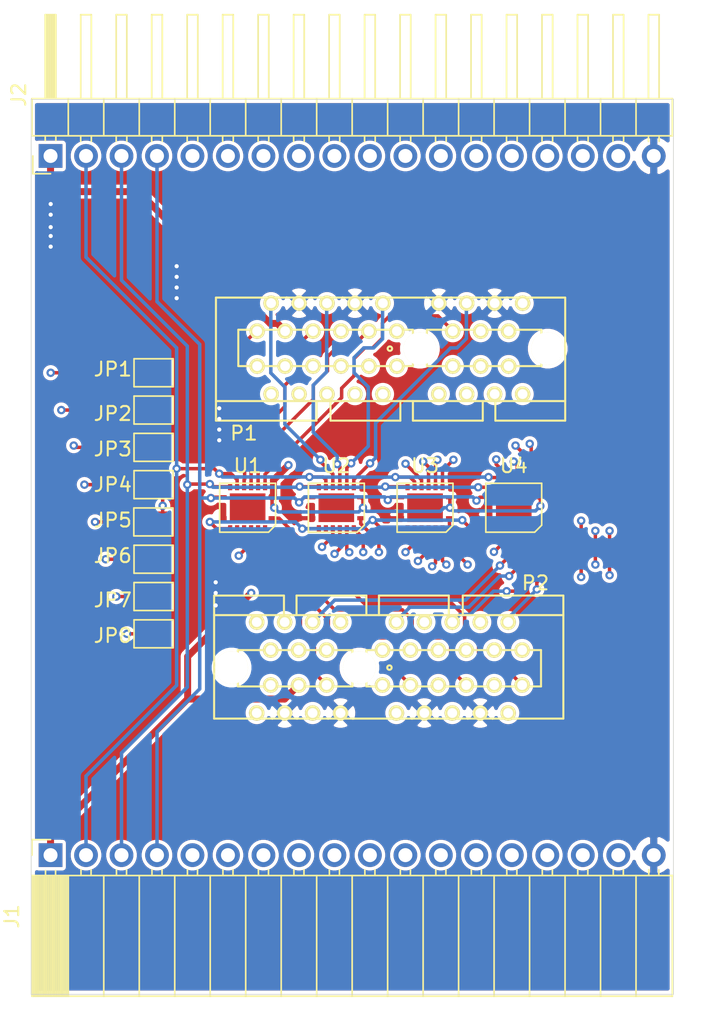
<source format=kicad_pcb>
(kicad_pcb (version 20171130) (host pcbnew "(5.1.8)-1")
  (layers (0 F.Cu signal) (1 In1.Cu signal) (2 In2.Cu signal) (31 B.Cu signal) (34 B.Paste user) (35 F.Paste user) (36 B.SilkS user) (37 F.SilkS user) (38 B.Mask user) (39 F.Mask user) (44 Edge.Cuts user))
  (net 0 "")
  (net 1 /RST)
  (net 2 /GND)
  (net 3 /VCC)
  (net 4 /S0)
  (net 5 /S1)
  (net 6 /S2)
  (net 7 "Net-(P1-PadB18)")
  (net 8 "Net-(P1-PadB17)")
  (net 9 /TDI|EXT_5)
  (net 10 /TDO|SWO_5)
  (net 11 "Net-(P1-PadA18)")
  (net 12 "Net-(P1-PadA17)")
  (net 13 /TCK|SWDCLK_5)
  (net 14 /TMS|SWDIO_5)
  (net 15 /TDI|EXT_6)
  (net 16 /TDO|SWO_6)
  (net 17 /TDI|EXT_7)
  (net 18 /TDO|SWO_7)
  (net 19 /TDI|EXT_8)
  (net 20 /TDO|SWO_8)
  (net 21 /TCK|SWDCLK_6)
  (net 22 /TMS|SWDIO_6)
  (net 23 /TCK|SWDCLK_7)
  (net 24 /TMS|SWDIO_7)
  (net 25 /TCK|SWDCLK_8)
  (net 26 /TMS|SWDIO_8)
  (net 27 "Net-(P2-PadB18)")
  (net 28 "Net-(P2-PadB17)")
  (net 29 /TDI|EXT_1)
  (net 30 /TDO|SWO_1)
  (net 31 "Net-(P2-PadA18)")
  (net 32 "Net-(P2-PadA17)")
  (net 33 /TCK|SWDCLK_1)
  (net 34 /TMS|SWDIO_1)
  (net 35 /TDI|EXT_2)
  (net 36 /TDO|SWO_2)
  (net 37 /TDI|EXT_3)
  (net 38 /TDO|SWO_3)
  (net 39 /TDI|EXT_4)
  (net 40 /TDO|SWO_4)
  (net 41 /TCK|SWDCLK_2)
  (net 42 /TMS|SWDIO_2)
  (net 43 /TCK|SWDCLK_3)
  (net 44 /TMS|SWDIO_3)
  (net 45 /TCK|SWDCLK_4)
  (net 46 /TMS|SWDIO_4)
  (net 47 "Net-(U1-Pad6)")
  (net 48 /TMS|SWDIO)
  (net 49 "Net-(U2-Pad6)")
  (net 50 /TCK|SWDCLK)
  (net 51 "Net-(U3-Pad6)")
  (net 52 /TDO|SWO)
  (net 53 "Net-(U4-Pad6)")
  (net 54 /TDI|EXT)
  (net 55 /OE8)
  (net 56 /OE7)
  (net 57 /OE6)
  (net 58 /OE5)
  (net 59 /OE4)
  (net 60 /OE3)
  (net 61 /OE2)
  (net 62 /OE1)
  (net 63 /OE)
  (net 64 "Net-(P1-PadB4)")
  (net 65 "Net-(P1-PadB8)")
  (net 66 "Net-(P1-PadB12)")
  (net 67 "Net-(P1-PadB16)")
  (net 68 "Net-(P2-PadB4)")
  (net 69 "Net-(P2-PadB8)")
  (net 70 "Net-(P2-PadB12)")
  (net 71 "Net-(P2-PadB16)")
  (module probe-rs-hive:10018784-10200TLF (layer F.Cu) (at 104.29 93.778)
    (fp_text reference P1 (at -10.45 6.05) (layer F.SilkS))
    (fp_text value PCIEX1_02X18)
    (pad "" np_thru_hole circle (at 11.3 0) (size 2.35 2.35) (drill 2.35) (layers *.Cu *.Mask F.SilkS))
    (pad "" np_thru_hole circle (at 2.15 0) (size 2.35 2.35) (drill 2.35) (layers *.Cu *.Mask F.SilkS))
    (pad B18 thru_hole circle (at 9.5 3.25) (size 1.1 1.1) (drill 0.7) (layers *.Cu *.Mask F.SilkS) (net 7 "Net-(P1-PadB18)"))
    (pad B17 thru_hole circle (at 8.5 1.25) (size 1.1 1.1) (drill 0.7) (layers *.Cu *.Mask F.SilkS) (net 8 "Net-(P1-PadB17)"))
    (pad B16 thru_hole circle (at 7.5 3.25) (size 1.1 1.1) (drill 0.7) (layers *.Cu *.Mask F.SilkS) (net 67 "Net-(P1-PadB16)"))
    (pad B15 thru_hole circle (at 6.5 1.25) (size 1.1 1.1) (drill 0.7) (layers *.Cu *.Mask F.SilkS) (net 1 /RST))
    (pad B14 thru_hole circle (at 5.5 3.25) (size 1.1 1.1) (drill 0.7) (layers *.Cu *.Mask F.SilkS) (net 9 /TDI|EXT_5))
    (pad B13 thru_hole circle (at 4.5 1.25) (size 1.1 1.1) (drill 0.7) (layers *.Cu *.Mask F.SilkS) (net 10 /TDO|SWO_5))
    (pad B12 thru_hole circle (at 3.5 3.25) (size 1.1 1.1) (drill 0.7) (layers *.Cu *.Mask F.SilkS) (net 66 "Net-(P1-PadB12)"))
    (pad A18 thru_hole circle (at 9.5 -3.25) (size 1.1 1.1) (drill 0.7) (layers *.Cu *.Mask F.SilkS) (net 11 "Net-(P1-PadA18)"))
    (pad A17 thru_hole circle (at 8.5 -1.25) (size 1.1 1.1) (drill 0.7) (layers *.Cu *.Mask F.SilkS) (net 12 "Net-(P1-PadA17)"))
    (pad A16 thru_hole circle (at 7.5 -3.25) (size 1.1 1.1) (drill 0.7) (layers *.Cu *.Mask F.SilkS) (net 2 /GND))
    (pad A15 thru_hole circle (at 6.5 -1.25) (size 1.1 1.1) (drill 0.7) (layers *.Cu *.Mask F.SilkS) (net 3 /VCC))
    (pad A14 thru_hole circle (at 5.5 -3.25) (size 1.1 1.1) (drill 0.7) (layers *.Cu *.Mask F.SilkS) (net 13 /TCK|SWDCLK_5))
    (pad A13 thru_hole circle (at 4.5 -1.25) (size 1.1 1.1) (drill 0.7) (layers *.Cu *.Mask F.SilkS) (net 14 /TMS|SWDIO_5))
    (pad A12 thru_hole circle (at 3.5 -3.25) (size 1.1 1.1) (drill 0.7) (layers *.Cu *.Mask F.SilkS) (net 2 /GND))
    (pad A11 thru_hole circle (at 0.5 -1.25) (size 1.1 1.1) (drill 0.7) (layers *.Cu *.Mask F.SilkS) (net 3 /VCC))
    (pad B11 thru_hole circle (at 0.5 1.25) (size 1.1 1.1) (drill 0.7) (layers *.Cu *.Mask F.SilkS) (net 1 /RST))
    (pad B10 thru_hole circle (at -0.5 3.25) (size 1.1 1.1) (drill 0.7) (layers *.Cu *.Mask F.SilkS) (net 15 /TDI|EXT_6))
    (pad B9 thru_hole circle (at -1.5 1.25) (size 1.1 1.1) (drill 0.7) (layers *.Cu *.Mask F.SilkS) (net 16 /TDO|SWO_6))
    (pad B8 thru_hole circle (at -2.5 3.25) (size 1.1 1.1) (drill 0.7) (layers *.Cu *.Mask F.SilkS) (net 65 "Net-(P1-PadB8)"))
    (pad B7 thru_hole circle (at -3.5 1.25) (size 1.1 1.1) (drill 0.7) (layers *.Cu *.Mask F.SilkS) (net 1 /RST))
    (pad B6 thru_hole circle (at -4.5 3.25) (size 1.1 1.1) (drill 0.7) (layers *.Cu *.Mask F.SilkS) (net 17 /TDI|EXT_7))
    (pad B5 thru_hole circle (at -5.5 1.25) (size 1.1 1.1) (drill 0.7) (layers *.Cu *.Mask F.SilkS) (net 18 /TDO|SWO_7))
    (pad B4 thru_hole circle (at -6.5 3.25) (size 1.1 1.1) (drill 0.7) (layers *.Cu *.Mask F.SilkS) (net 64 "Net-(P1-PadB4)"))
    (pad B3 thru_hole circle (at -7.5 1.25) (size 1.1 1.1) (drill 0.7) (layers *.Cu *.Mask F.SilkS) (net 1 /RST))
    (pad B2 thru_hole circle (at -8.5 3.25) (size 1.1 1.1) (drill 0.7) (layers *.Cu *.Mask F.SilkS) (net 19 /TDI|EXT_8))
    (pad B1 thru_hole circle (at -9.5 1.25) (size 1.1 1.1) (drill 0.7) (layers *.Cu *.Mask F.SilkS) (net 20 /TDO|SWO_8))
    (pad A10 thru_hole circle (at -0.5 -3.25) (size 1.1 1.1) (drill 0.7) (layers *.Cu *.Mask F.SilkS) (net 21 /TCK|SWDCLK_6))
    (pad A9 thru_hole circle (at -1.5 -1.25) (size 1.1 1.1) (drill 0.7) (layers *.Cu *.Mask F.SilkS) (net 22 /TMS|SWDIO_6))
    (pad A8 thru_hole circle (at -2.5 -3.25) (size 1.1 1.1) (drill 0.7) (layers *.Cu *.Mask F.SilkS) (net 2 /GND))
    (pad A7 thru_hole circle (at -3.5 -1.25) (size 1.1 1.1) (drill 0.7) (layers *.Cu *.Mask F.SilkS) (net 3 /VCC))
    (pad A6 thru_hole circle (at -4.5 -3.25) (size 1.1 1.1) (drill 0.7) (layers *.Cu *.Mask F.SilkS) (net 23 /TCK|SWDCLK_7))
    (pad A5 thru_hole circle (at -5.5 -1.25) (size 1.1 1.1) (drill 0.7) (layers *.Cu *.Mask F.SilkS) (net 24 /TMS|SWDIO_7))
    (pad A4 thru_hole circle (at -6.5 -3.25) (size 1.1 1.1) (drill 0.7) (layers *.Cu *.Mask F.SilkS) (net 2 /GND))
    (pad A3 thru_hole circle (at -7.5 -1.25) (size 1.1 1.1) (drill 0.7) (layers *.Cu *.Mask F.SilkS) (net 3 /VCC))
    (pad A2 thru_hole circle (at -8.5 -3.25) (size 1.1 1.1) (drill 0.7) (layers *.Cu *.Mask F.SilkS) (net 25 /TCK|SWDCLK_8))
    (pad A1 thru_hole circle (at -9.5 -1.25) (size 1.1 1.1) (drill 0.7) (layers *.Cu *.Mask F.SilkS) (net 26 /TMS|SWDIO_8))
  )
  (module probe-rs-hive:10018784-10200TLF (layer F.Cu) (at 104.258 116.586 180)
    (fp_text reference P2 (at -10.45 6.05) (layer F.SilkS))
    (fp_text value PCIEX1_02X18)
    (pad "" np_thru_hole circle (at 11.3 0 180) (size 2.35 2.35) (drill 2.35) (layers *.Cu *.Mask F.SilkS))
    (pad "" np_thru_hole circle (at 2.15 0 180) (size 2.35 2.35) (drill 2.35) (layers *.Cu *.Mask F.SilkS))
    (pad B18 thru_hole circle (at 9.5 3.25 180) (size 1.1 1.1) (drill 0.7) (layers *.Cu *.Mask F.SilkS) (net 27 "Net-(P2-PadB18)"))
    (pad B17 thru_hole circle (at 8.5 1.25 180) (size 1.1 1.1) (drill 0.7) (layers *.Cu *.Mask F.SilkS) (net 28 "Net-(P2-PadB17)"))
    (pad B16 thru_hole circle (at 7.5 3.25 180) (size 1.1 1.1) (drill 0.7) (layers *.Cu *.Mask F.SilkS) (net 71 "Net-(P2-PadB16)"))
    (pad B15 thru_hole circle (at 6.5 1.25 180) (size 1.1 1.1) (drill 0.7) (layers *.Cu *.Mask F.SilkS) (net 1 /RST))
    (pad B14 thru_hole circle (at 5.5 3.25 180) (size 1.1 1.1) (drill 0.7) (layers *.Cu *.Mask F.SilkS) (net 29 /TDI|EXT_1))
    (pad B13 thru_hole circle (at 4.5 1.25 180) (size 1.1 1.1) (drill 0.7) (layers *.Cu *.Mask F.SilkS) (net 30 /TDO|SWO_1))
    (pad B12 thru_hole circle (at 3.5 3.25 180) (size 1.1 1.1) (drill 0.7) (layers *.Cu *.Mask F.SilkS) (net 70 "Net-(P2-PadB12)"))
    (pad A18 thru_hole circle (at 9.5 -3.25 180) (size 1.1 1.1) (drill 0.7) (layers *.Cu *.Mask F.SilkS) (net 31 "Net-(P2-PadA18)"))
    (pad A17 thru_hole circle (at 8.5 -1.25 180) (size 1.1 1.1) (drill 0.7) (layers *.Cu *.Mask F.SilkS) (net 32 "Net-(P2-PadA17)"))
    (pad A16 thru_hole circle (at 7.5 -3.25 180) (size 1.1 1.1) (drill 0.7) (layers *.Cu *.Mask F.SilkS) (net 2 /GND))
    (pad A15 thru_hole circle (at 6.5 -1.25 180) (size 1.1 1.1) (drill 0.7) (layers *.Cu *.Mask F.SilkS) (net 3 /VCC))
    (pad A14 thru_hole circle (at 5.5 -3.25 180) (size 1.1 1.1) (drill 0.7) (layers *.Cu *.Mask F.SilkS) (net 33 /TCK|SWDCLK_1))
    (pad A13 thru_hole circle (at 4.5 -1.25 180) (size 1.1 1.1) (drill 0.7) (layers *.Cu *.Mask F.SilkS) (net 34 /TMS|SWDIO_1))
    (pad A12 thru_hole circle (at 3.5 -3.25 180) (size 1.1 1.1) (drill 0.7) (layers *.Cu *.Mask F.SilkS) (net 2 /GND))
    (pad A11 thru_hole circle (at 0.5 -1.25 180) (size 1.1 1.1) (drill 0.7) (layers *.Cu *.Mask F.SilkS) (net 3 /VCC))
    (pad B11 thru_hole circle (at 0.5 1.25 180) (size 1.1 1.1) (drill 0.7) (layers *.Cu *.Mask F.SilkS) (net 1 /RST))
    (pad B10 thru_hole circle (at -0.5 3.25 180) (size 1.1 1.1) (drill 0.7) (layers *.Cu *.Mask F.SilkS) (net 35 /TDI|EXT_2))
    (pad B9 thru_hole circle (at -1.5 1.25 180) (size 1.1 1.1) (drill 0.7) (layers *.Cu *.Mask F.SilkS) (net 36 /TDO|SWO_2))
    (pad B8 thru_hole circle (at -2.5 3.25 180) (size 1.1 1.1) (drill 0.7) (layers *.Cu *.Mask F.SilkS) (net 69 "Net-(P2-PadB8)"))
    (pad B7 thru_hole circle (at -3.5 1.25 180) (size 1.1 1.1) (drill 0.7) (layers *.Cu *.Mask F.SilkS) (net 1 /RST))
    (pad B6 thru_hole circle (at -4.5 3.25 180) (size 1.1 1.1) (drill 0.7) (layers *.Cu *.Mask F.SilkS) (net 37 /TDI|EXT_3))
    (pad B5 thru_hole circle (at -5.5 1.25 180) (size 1.1 1.1) (drill 0.7) (layers *.Cu *.Mask F.SilkS) (net 38 /TDO|SWO_3))
    (pad B4 thru_hole circle (at -6.5 3.25 180) (size 1.1 1.1) (drill 0.7) (layers *.Cu *.Mask F.SilkS) (net 68 "Net-(P2-PadB4)"))
    (pad B3 thru_hole circle (at -7.5 1.25 180) (size 1.1 1.1) (drill 0.7) (layers *.Cu *.Mask F.SilkS) (net 1 /RST))
    (pad B2 thru_hole circle (at -8.5 3.25 180) (size 1.1 1.1) (drill 0.7) (layers *.Cu *.Mask F.SilkS) (net 39 /TDI|EXT_4))
    (pad B1 thru_hole circle (at -9.5 1.25 180) (size 1.1 1.1) (drill 0.7) (layers *.Cu *.Mask F.SilkS) (net 40 /TDO|SWO_4))
    (pad A10 thru_hole circle (at -0.5 -3.25 180) (size 1.1 1.1) (drill 0.7) (layers *.Cu *.Mask F.SilkS) (net 41 /TCK|SWDCLK_2))
    (pad A9 thru_hole circle (at -1.5 -1.25 180) (size 1.1 1.1) (drill 0.7) (layers *.Cu *.Mask F.SilkS) (net 42 /TMS|SWDIO_2))
    (pad A8 thru_hole circle (at -2.5 -3.25 180) (size 1.1 1.1) (drill 0.7) (layers *.Cu *.Mask F.SilkS) (net 2 /GND))
    (pad A7 thru_hole circle (at -3.5 -1.25 180) (size 1.1 1.1) (drill 0.7) (layers *.Cu *.Mask F.SilkS) (net 3 /VCC))
    (pad A6 thru_hole circle (at -4.5 -3.25 180) (size 1.1 1.1) (drill 0.7) (layers *.Cu *.Mask F.SilkS) (net 43 /TCK|SWDCLK_3))
    (pad A5 thru_hole circle (at -5.5 -1.25 180) (size 1.1 1.1) (drill 0.7) (layers *.Cu *.Mask F.SilkS) (net 44 /TMS|SWDIO_3))
    (pad A4 thru_hole circle (at -6.5 -3.25 180) (size 1.1 1.1) (drill 0.7) (layers *.Cu *.Mask F.SilkS) (net 2 /GND))
    (pad A3 thru_hole circle (at -7.5 -1.25 180) (size 1.1 1.1) (drill 0.7) (layers *.Cu *.Mask F.SilkS) (net 3 /VCC))
    (pad A2 thru_hole circle (at -8.5 -3.25 180) (size 1.1 1.1) (drill 0.7) (layers *.Cu *.Mask F.SilkS) (net 45 /TCK|SWDCLK_4))
    (pad A1 thru_hole circle (at -9.5 -1.25 180) (size 1.1 1.1) (drill 0.7) (layers *.Cu *.Mask F.SilkS) (net 46 /TMS|SWDIO_4))
  )
  (module Jumper:SolderJumper-2_P1.3mm_Open_Pad1.0x1.5mm (layer F.Cu) (at 87.376 114.173)
    (fp_text reference JP8 (at -2.921 0.127) (layer F.SilkS))
    (fp_text value Jumper_NO_Small)
    (pad 1 smd rect (at -0.65 0) (size 1 1.5) (layers F.Cu F.Mask) (net 55 /OE8))
    (pad 2 smd rect (at 0.65 0) (size 1 1.5) (layers F.Cu F.Mask) (net 63 /OE))
  )
  (module Jumper:SolderJumper-2_P1.3mm_Open_Pad1.0x1.5mm (layer F.Cu) (at 87.376 111.506)
    (fp_text reference JP7 (at -2.921 0.254) (layer F.SilkS))
    (fp_text value Jumper_NO_Small)
    (pad 1 smd rect (at -0.65 0) (size 1 1.5) (layers F.Cu F.Mask) (net 56 /OE7))
    (pad 2 smd rect (at 0.65 0) (size 1 1.5) (layers F.Cu F.Mask) (net 63 /OE))
  )
  (module Jumper:SolderJumper-2_P1.3mm_Open_Pad1.0x1.5mm (layer F.Cu) (at 87.376 108.839)
    (fp_text reference JP6 (at -2.921 -0.254) (layer F.SilkS))
    (fp_text value Jumper_NO_Small)
    (pad 1 smd rect (at -0.65 0) (size 1 1.5) (layers F.Cu F.Mask) (net 57 /OE6))
    (pad 2 smd rect (at 0.65 0) (size 1 1.5) (layers F.Cu F.Mask) (net 63 /OE))
  )
  (module Jumper:SolderJumper-2_P1.3mm_Open_Pad1.0x1.5mm (layer F.Cu) (at 87.361 106.172)
    (fp_text reference JP5 (at -2.906 -0.127) (layer F.SilkS))
    (fp_text value Jumper_NO_Small)
    (pad 1 smd rect (at -0.65 0) (size 1 1.5) (layers F.Cu F.Mask) (net 58 /OE5))
    (pad 2 smd rect (at 0.65 0) (size 1 1.5) (layers F.Cu F.Mask) (net 63 /OE))
  )
  (module Jumper:SolderJumper-2_P1.3mm_Open_Pad1.0x1.5mm (layer F.Cu) (at 87.376 103.505)
    (fp_text reference JP4 (at -2.921 0) (layer F.SilkS))
    (fp_text value Jumper_NO_Small)
    (pad 1 smd rect (at -0.65 0) (size 1 1.5) (layers F.Cu F.Mask) (net 59 /OE4))
    (pad 2 smd rect (at 0.65 0) (size 1 1.5) (layers F.Cu F.Mask) (net 63 /OE))
  )
  (module Jumper:SolderJumper-2_P1.3mm_Open_Pad1.0x1.5mm (layer F.Cu) (at 87.376 100.838)
    (fp_text reference JP3 (at -2.921 0.127) (layer F.SilkS))
    (fp_text value Jumper_NO_Small)
    (pad 1 smd rect (at -0.65 0) (size 1 1.5) (layers F.Cu F.Mask) (net 60 /OE3))
    (pad 2 smd rect (at 0.65 0) (size 1 1.5) (layers F.Cu F.Mask) (net 63 /OE))
  )
  (module Jumper:SolderJumper-2_P1.3mm_Open_Pad1.0x1.5mm (layer F.Cu) (at 87.376 98.171)
    (fp_text reference JP2 (at -2.921 0.254) (layer F.SilkS))
    (fp_text value Jumper_NO_Small)
    (pad 1 smd rect (at -0.65 0) (size 1 1.5) (layers F.Cu F.Mask) (net 61 /OE2))
    (pad 2 smd rect (at 0.65 0) (size 1 1.5) (layers F.Cu F.Mask) (net 63 /OE))
  )
  (module Jumper:SolderJumper-2_P1.3mm_Open_Pad1.0x1.5mm (layer F.Cu) (at 87.376 95.504)
    (fp_text reference JP1 (at -2.921 -0.254) (layer F.SilkS))
    (fp_text value Jumper_NO_Small)
    (pad 1 smd rect (at -0.65 0) (size 1 1.5) (layers F.Cu F.Mask) (net 62 /OE1))
    (pad 2 smd rect (at 0.65 0) (size 1 1.5) (layers F.Cu F.Mask) (net 63 /OE))
  )
  (module Connector_PinHeader_2.54mm:PinHeader_1x18_P2.54mm_Horizontal (layer F.Cu) (at 80 80 90)
    (fp_text reference J2 (at 4.385 -2.27 90) (layer F.SilkS))
    (fp_text value Conn_01x18_Male)
    (pad 18 thru_hole oval (at 0 43.18 90) (size 1.7 1.7) (drill 1) (layers *.Cu *.Mask) (net 2 /GND))
    (pad 17 thru_hole oval (at 0 40.64 90) (size 1.7 1.7) (drill 1) (layers *.Cu *.Mask) (net 1 /RST))
    (pad 16 thru_hole oval (at 0 38.1 90) (size 1.7 1.7) (drill 1) (layers *.Cu *.Mask) (net 54 /TDI|EXT))
    (pad 15 thru_hole oval (at 0 35.56 90) (size 1.7 1.7) (drill 1) (layers *.Cu *.Mask) (net 52 /TDO|SWO))
    (pad 14 thru_hole oval (at 0 33.02 90) (size 1.7 1.7) (drill 1) (layers *.Cu *.Mask) (net 50 /TCK|SWDCLK))
    (pad 13 thru_hole oval (at 0 30.48 90) (size 1.7 1.7) (drill 1) (layers *.Cu *.Mask) (net 48 /TMS|SWDIO))
    (pad 12 thru_hole oval (at 0 27.94 90) (size 1.7 1.7) (drill 1) (layers *.Cu *.Mask) (net 55 /OE8))
    (pad 11 thru_hole oval (at 0 25.4 90) (size 1.7 1.7) (drill 1) (layers *.Cu *.Mask) (net 56 /OE7))
    (pad 10 thru_hole oval (at 0 22.86 90) (size 1.7 1.7) (drill 1) (layers *.Cu *.Mask) (net 57 /OE6))
    (pad 9 thru_hole oval (at 0 20.32 90) (size 1.7 1.7) (drill 1) (layers *.Cu *.Mask) (net 58 /OE5))
    (pad 8 thru_hole oval (at 0 17.78 90) (size 1.7 1.7) (drill 1) (layers *.Cu *.Mask) (net 59 /OE4))
    (pad 7 thru_hole oval (at 0 15.24 90) (size 1.7 1.7) (drill 1) (layers *.Cu *.Mask) (net 60 /OE3))
    (pad 6 thru_hole oval (at 0 12.7 90) (size 1.7 1.7) (drill 1) (layers *.Cu *.Mask) (net 61 /OE2))
    (pad 5 thru_hole oval (at 0 10.16 90) (size 1.7 1.7) (drill 1) (layers *.Cu *.Mask) (net 62 /OE1))
    (pad 4 thru_hole oval (at 0 7.62 90) (size 1.7 1.7) (drill 1) (layers *.Cu *.Mask) (net 6 /S2))
    (pad 3 thru_hole oval (at 0 5.08 90) (size 1.7 1.7) (drill 1) (layers *.Cu *.Mask) (net 5 /S1))
    (pad 2 thru_hole oval (at 0 2.54 90) (size 1.7 1.7) (drill 1) (layers *.Cu *.Mask) (net 4 /S0))
    (pad 1 thru_hole rect (at 0 0 90) (size 1.7 1.7) (drill 1) (layers *.Cu *.Mask) (net 3 /VCC))
  )
  (module Connector_PinSocket_2.54mm:PinSocket_1x18_P2.54mm_Horizontal (layer F.Cu) (at 80 130 90)
    (fp_text reference J1 (at -4.38 -2.77 90) (layer F.SilkS))
    (fp_text value Conn_01x18_Female)
    (pad 18 thru_hole oval (at 0 43.18 90) (size 1.7 1.7) (drill 1) (layers *.Cu *.Mask) (net 2 /GND))
    (pad 17 thru_hole oval (at 0 40.64 90) (size 1.7 1.7) (drill 1) (layers *.Cu *.Mask) (net 1 /RST))
    (pad 16 thru_hole oval (at 0 38.1 90) (size 1.7 1.7) (drill 1) (layers *.Cu *.Mask) (net 54 /TDI|EXT))
    (pad 15 thru_hole oval (at 0 35.56 90) (size 1.7 1.7) (drill 1) (layers *.Cu *.Mask) (net 52 /TDO|SWO))
    (pad 14 thru_hole oval (at 0 33.02 90) (size 1.7 1.7) (drill 1) (layers *.Cu *.Mask) (net 50 /TCK|SWDCLK))
    (pad 13 thru_hole oval (at 0 30.48 90) (size 1.7 1.7) (drill 1) (layers *.Cu *.Mask) (net 48 /TMS|SWDIO))
    (pad 12 thru_hole oval (at 0 27.94 90) (size 1.7 1.7) (drill 1) (layers *.Cu *.Mask) (net 55 /OE8))
    (pad 11 thru_hole oval (at 0 25.4 90) (size 1.7 1.7) (drill 1) (layers *.Cu *.Mask) (net 56 /OE7))
    (pad 10 thru_hole oval (at 0 22.86 90) (size 1.7 1.7) (drill 1) (layers *.Cu *.Mask) (net 57 /OE6))
    (pad 9 thru_hole oval (at 0 20.32 90) (size 1.7 1.7) (drill 1) (layers *.Cu *.Mask) (net 58 /OE5))
    (pad 8 thru_hole oval (at 0 17.78 90) (size 1.7 1.7) (drill 1) (layers *.Cu *.Mask) (net 59 /OE4))
    (pad 7 thru_hole oval (at 0 15.24 90) (size 1.7 1.7) (drill 1) (layers *.Cu *.Mask) (net 60 /OE3))
    (pad 6 thru_hole oval (at 0 12.7 90) (size 1.7 1.7) (drill 1) (layers *.Cu *.Mask) (net 61 /OE2))
    (pad 5 thru_hole oval (at 0 10.16 90) (size 1.7 1.7) (drill 1) (layers *.Cu *.Mask) (net 62 /OE1))
    (pad 4 thru_hole oval (at 0 7.62 90) (size 1.7 1.7) (drill 1) (layers *.Cu *.Mask) (net 6 /S2))
    (pad 3 thru_hole oval (at 0 5.08 90) (size 1.7 1.7) (drill 1) (layers *.Cu *.Mask) (net 5 /S1))
    (pad 2 thru_hole oval (at 0 2.54 90) (size 1.7 1.7) (drill 1) (layers *.Cu *.Mask) (net 4 /S0))
    (pad 1 thru_hole rect (at 0 0 90) (size 1.7 1.7) (drill 1) (layers *.Cu *.Mask) (net 3 /VCC))
  )
  (module probe-rs-hive:R-PVQFN-N16 (layer F.Cu) (at 113.157 105.156 180)
    (fp_text reference U4 (at 0 3) (layer F.SilkS))
    (fp_text value SN74CB3Q3251PWR)
    (pad 1 smd rect (at -1.75 -0.75 180) (size 0.5 0.3) (layers F.Cu F.Paste F.Mask) (net 39 /TDI|EXT_4))
    (pad 2 smd rect (at -1.25 -1.5 180) (size 0.3 0.5) (layers F.Cu F.Paste F.Mask) (net 37 /TDI|EXT_3))
    (pad 3 smd rect (at -0.75 -1.5 180) (size 0.3 0.5) (layers F.Cu F.Paste F.Mask) (net 35 /TDI|EXT_2))
    (pad 4 smd rect (at -0.25 -1.5 180) (size 0.3 0.5) (layers F.Cu F.Paste F.Mask) (net 29 /TDI|EXT_1))
    (pad 5 smd rect (at 0.25 -1.5 180) (size 0.3 0.5) (layers F.Cu F.Paste F.Mask) (net 54 /TDI|EXT))
    (pad 6 smd rect (at 0.75 -1.5 180) (size 0.3 0.5) (layers F.Cu F.Paste F.Mask) (net 53 "Net-(U4-Pad6)"))
    (pad 7 smd rect (at 1.25 -1.5 180) (size 0.3 0.5) (layers F.Cu F.Paste F.Mask) (net 63 /OE))
    (pad 8 smd rect (at 1.75 -0.75 270) (size 0.3 0.5) (layers F.Cu F.Paste F.Mask) (net 2 /GND))
    (pad 9 smd rect (at 1.75 0.75 270) (size 0.3 0.5) (layers F.Cu F.Paste F.Mask) (net 6 /S2))
    (pad 10 smd rect (at 1.25 1.5 180) (size 0.3 0.5) (layers F.Cu F.Paste F.Mask) (net 5 /S1))
    (pad 11 smd rect (at 0.75 1.5 180) (size 0.3 0.5) (layers F.Cu F.Paste F.Mask) (net 4 /S0))
    (pad 12 smd rect (at 0.25 1.5 180) (size 0.3 0.5) (layers F.Cu F.Paste F.Mask) (net 19 /TDI|EXT_8))
    (pad 13 smd rect (at -0.25 1.5 180) (size 0.3 0.5) (layers F.Cu F.Paste F.Mask) (net 17 /TDI|EXT_7))
    (pad 14 smd rect (at -0.75 1.5 180) (size 0.3 0.5) (layers F.Cu F.Paste F.Mask) (net 15 /TDI|EXT_6))
    (pad 15 smd rect (at -1.25 1.5 180) (size 0.3 0.5) (layers F.Cu F.Paste F.Mask) (net 9 /TDI|EXT_5))
    (pad 16 smd rect (at -1.75 0.75 270) (size 0.3 0.5) (layers F.Cu F.Paste F.Mask) (net 3 /VCC))
    (pad 0 smd rect (at 0 0 270) (size 2.05 2.55) (layers F.Cu F.Paste F.Mask))
  )
  (module probe-rs-hive:R-PVQFN-N16 (layer F.Cu) (at 106.807 105.156 180)
    (fp_text reference U3 (at 0 3) (layer F.SilkS))
    (fp_text value SN74CB3Q3251PWR)
    (pad 1 smd rect (at -1.75 -0.75 180) (size 0.5 0.3) (layers F.Cu F.Paste F.Mask) (net 40 /TDO|SWO_4))
    (pad 2 smd rect (at -1.25 -1.5 180) (size 0.3 0.5) (layers F.Cu F.Paste F.Mask) (net 38 /TDO|SWO_3))
    (pad 3 smd rect (at -0.75 -1.5 180) (size 0.3 0.5) (layers F.Cu F.Paste F.Mask) (net 36 /TDO|SWO_2))
    (pad 4 smd rect (at -0.25 -1.5 180) (size 0.3 0.5) (layers F.Cu F.Paste F.Mask) (net 30 /TDO|SWO_1))
    (pad 5 smd rect (at 0.25 -1.5 180) (size 0.3 0.5) (layers F.Cu F.Paste F.Mask) (net 52 /TDO|SWO))
    (pad 6 smd rect (at 0.75 -1.5 180) (size 0.3 0.5) (layers F.Cu F.Paste F.Mask) (net 51 "Net-(U3-Pad6)"))
    (pad 7 smd rect (at 1.25 -1.5 180) (size 0.3 0.5) (layers F.Cu F.Paste F.Mask) (net 63 /OE))
    (pad 8 smd rect (at 1.75 -0.75 270) (size 0.3 0.5) (layers F.Cu F.Paste F.Mask) (net 2 /GND))
    (pad 9 smd rect (at 1.75 0.75 270) (size 0.3 0.5) (layers F.Cu F.Paste F.Mask) (net 6 /S2))
    (pad 10 smd rect (at 1.25 1.5 180) (size 0.3 0.5) (layers F.Cu F.Paste F.Mask) (net 5 /S1))
    (pad 11 smd rect (at 0.75 1.5 180) (size 0.3 0.5) (layers F.Cu F.Paste F.Mask) (net 4 /S0))
    (pad 12 smd rect (at 0.25 1.5 180) (size 0.3 0.5) (layers F.Cu F.Paste F.Mask) (net 20 /TDO|SWO_8))
    (pad 13 smd rect (at -0.25 1.5 180) (size 0.3 0.5) (layers F.Cu F.Paste F.Mask) (net 18 /TDO|SWO_7))
    (pad 14 smd rect (at -0.75 1.5 180) (size 0.3 0.5) (layers F.Cu F.Paste F.Mask) (net 16 /TDO|SWO_6))
    (pad 15 smd rect (at -1.25 1.5 180) (size 0.3 0.5) (layers F.Cu F.Paste F.Mask) (net 10 /TDO|SWO_5))
    (pad 16 smd rect (at -1.75 0.75 270) (size 0.3 0.5) (layers F.Cu F.Paste F.Mask) (net 3 /VCC))
    (pad 0 smd rect (at 0 0 270) (size 2.05 2.55) (layers F.Cu F.Paste F.Mask))
  )
  (module probe-rs-hive:R-PVQFN-N16 (layer F.Cu) (at 100.457 105.156 180)
    (fp_text reference U2 (at 0 3) (layer F.SilkS))
    (fp_text value SN74CB3Q3251PWR)
    (pad 1 smd rect (at -1.75 -0.75 180) (size 0.5 0.3) (layers F.Cu F.Paste F.Mask) (net 45 /TCK|SWDCLK_4))
    (pad 2 smd rect (at -1.25 -1.5 180) (size 0.3 0.5) (layers F.Cu F.Paste F.Mask) (net 43 /TCK|SWDCLK_3))
    (pad 3 smd rect (at -0.75 -1.5 180) (size 0.3 0.5) (layers F.Cu F.Paste F.Mask) (net 41 /TCK|SWDCLK_2))
    (pad 4 smd rect (at -0.25 -1.5 180) (size 0.3 0.5) (layers F.Cu F.Paste F.Mask) (net 33 /TCK|SWDCLK_1))
    (pad 5 smd rect (at 0.25 -1.5 180) (size 0.3 0.5) (layers F.Cu F.Paste F.Mask) (net 50 /TCK|SWDCLK))
    (pad 6 smd rect (at 0.75 -1.5 180) (size 0.3 0.5) (layers F.Cu F.Paste F.Mask) (net 49 "Net-(U2-Pad6)"))
    (pad 7 smd rect (at 1.25 -1.5 180) (size 0.3 0.5) (layers F.Cu F.Paste F.Mask) (net 63 /OE))
    (pad 8 smd rect (at 1.75 -0.75 270) (size 0.3 0.5) (layers F.Cu F.Paste F.Mask) (net 2 /GND))
    (pad 9 smd rect (at 1.75 0.75 270) (size 0.3 0.5) (layers F.Cu F.Paste F.Mask) (net 6 /S2))
    (pad 10 smd rect (at 1.25 1.5 180) (size 0.3 0.5) (layers F.Cu F.Paste F.Mask) (net 5 /S1))
    (pad 11 smd rect (at 0.75 1.5 180) (size 0.3 0.5) (layers F.Cu F.Paste F.Mask) (net 4 /S0))
    (pad 12 smd rect (at 0.25 1.5 180) (size 0.3 0.5) (layers F.Cu F.Paste F.Mask) (net 25 /TCK|SWDCLK_8))
    (pad 13 smd rect (at -0.25 1.5 180) (size 0.3 0.5) (layers F.Cu F.Paste F.Mask) (net 23 /TCK|SWDCLK_7))
    (pad 14 smd rect (at -0.75 1.5 180) (size 0.3 0.5) (layers F.Cu F.Paste F.Mask) (net 21 /TCK|SWDCLK_6))
    (pad 15 smd rect (at -1.25 1.5 180) (size 0.3 0.5) (layers F.Cu F.Paste F.Mask) (net 13 /TCK|SWDCLK_5))
    (pad 16 smd rect (at -1.75 0.75 270) (size 0.3 0.5) (layers F.Cu F.Paste F.Mask) (net 3 /VCC))
    (pad 0 smd rect (at 0 0 270) (size 2.05 2.55) (layers F.Cu F.Paste F.Mask))
  )
  (module probe-rs-hive:R-PVQFN-N16 (layer F.Cu) (at 94.107 105.156 180)
    (fp_text reference U1 (at 0 3) (layer F.SilkS))
    (fp_text value SN74CB3Q3251PWR)
    (pad 1 smd rect (at -1.75 -0.75 180) (size 0.5 0.3) (layers F.Cu F.Paste F.Mask) (net 46 /TMS|SWDIO_4))
    (pad 2 smd rect (at -1.25 -1.5 180) (size 0.3 0.5) (layers F.Cu F.Paste F.Mask) (net 44 /TMS|SWDIO_3))
    (pad 3 smd rect (at -0.75 -1.5 180) (size 0.3 0.5) (layers F.Cu F.Paste F.Mask) (net 42 /TMS|SWDIO_2))
    (pad 4 smd rect (at -0.25 -1.5 180) (size 0.3 0.5) (layers F.Cu F.Paste F.Mask) (net 34 /TMS|SWDIO_1))
    (pad 5 smd rect (at 0.25 -1.5 180) (size 0.3 0.5) (layers F.Cu F.Paste F.Mask) (net 48 /TMS|SWDIO))
    (pad 6 smd rect (at 0.75 -1.5 180) (size 0.3 0.5) (layers F.Cu F.Paste F.Mask) (net 47 "Net-(U1-Pad6)"))
    (pad 7 smd rect (at 1.25 -1.5 180) (size 0.3 0.5) (layers F.Cu F.Paste F.Mask) (net 63 /OE))
    (pad 8 smd rect (at 1.75 -0.75 270) (size 0.3 0.5) (layers F.Cu F.Paste F.Mask) (net 2 /GND))
    (pad 9 smd rect (at 1.75 0.75 270) (size 0.3 0.5) (layers F.Cu F.Paste F.Mask) (net 6 /S2))
    (pad 10 smd rect (at 1.25 1.5 180) (size 0.3 0.5) (layers F.Cu F.Paste F.Mask) (net 5 /S1))
    (pad 11 smd rect (at 0.75 1.5 180) (size 0.3 0.5) (layers F.Cu F.Paste F.Mask) (net 4 /S0))
    (pad 12 smd rect (at 0.25 1.5 180) (size 0.3 0.5) (layers F.Cu F.Paste F.Mask) (net 26 /TMS|SWDIO_8))
    (pad 13 smd rect (at -0.25 1.5 180) (size 0.3 0.5) (layers F.Cu F.Paste F.Mask) (net 24 /TMS|SWDIO_7))
    (pad 14 smd rect (at -0.75 1.5 180) (size 0.3 0.5) (layers F.Cu F.Paste F.Mask) (net 22 /TMS|SWDIO_6))
    (pad 15 smd rect (at -1.25 1.5 180) (size 0.3 0.5) (layers F.Cu F.Paste F.Mask) (net 14 /TMS|SWDIO_5))
    (pad 16 smd rect (at -1.75 0.75 270) (size 0.3 0.5) (layers F.Cu F.Paste F.Mask) (net 3 /VCC))
    (pad 0 smd rect (at 0 0 270) (size 2.05 2.55) (layers F.Cu F.Paste F.Mask))
  )
  (gr_line (start 78.613 139.954) (end 78.613 75.946) (layer Edge.Cuts) (width 0.05))
  (gr_line (start 124.587 139.954) (end 78.613 139.954) (layer Edge.Cuts) (width 0.05))
  (gr_line (start 124.587 75.946) (end 124.587 139.954) (layer Edge.Cuts) (width 0.05))
  (gr_line (start 78.613 75.946) (end 124.587 75.946) (layer Edge.Cuts) (width 0.05))
  (via (at 91.821 110.49) (size 0.6) (drill 0.3) (layers F.Cu B.Cu) (net 2))
  (via (at 91.821 111.252) (size 0.6) (drill 0.3) (layers F.Cu B.Cu) (net 2))
  (via (at 91.821 112.141) (size 0.6) (drill 0.3) (layers F.Cu B.Cu) (net 2))
  (via (at 92.075 98.044) (size 0.6) (drill 0.3) (layers F.Cu B.Cu) (net 2))
  (via (at 92.075 98.806) (size 0.6) (drill 0.3) (layers F.Cu B.Cu) (net 2))
  (via (at 92.075 99.568) (size 0.6) (drill 0.3) (layers F.Cu B.Cu) (net 2))
  (via (at 92.075 100.33) (size 0.6) (drill 0.3) (layers F.Cu B.Cu) (net 2))
  (via (at 89.027 87.884) (size 0.6) (drill 0.3) (layers F.Cu B.Cu) (net 2))
  (via (at 89.027 88.646) (size 0.6) (drill 0.3) (layers F.Cu B.Cu) (net 2))
  (via (at 89.027 89.408) (size 0.6) (drill 0.3) (layers F.Cu B.Cu) (net 2))
  (via (at 89.027 90.17) (size 0.6) (drill 0.3) (layers F.Cu B.Cu) (net 2))
  (via (at 80.01 83.439) (size 0.6) (drill 0.3) (layers F.Cu B.Cu) (net 2))
  (via (at 80.01 84.201) (size 0.6) (drill 0.3) (layers F.Cu B.Cu) (net 2))
  (via (at 80.01 85.09) (size 0.6) (drill 0.3) (layers F.Cu B.Cu) (net 2))
  (via (at 80.01 85.725) (size 0.6) (drill 0.3) (layers F.Cu B.Cu) (net 2))
  (via (at 80.01 86.487) (size 0.6) (drill 0.3) (layers F.Cu B.Cu) (net 2))
  (segment (start 95.720003 91.978001) (end 86.292002 82.55) (width 0.5) (layer F.Cu) (net 3))
  (segment (start 96.79 92.528) (end 96.240001 91.978001) (width 0.5) (layer F.Cu) (net 3))
  (segment (start 96.240001 91.978001) (end 95.720003 91.978001) (width 0.5) (layer F.Cu) (net 3))
  (segment (start 80 81.35) (end 80 80) (width 0.5) (layer F.Cu) (net 3))
  (segment (start 81.2 82.55) (end 80 81.35) (width 0.5) (layer F.Cu) (net 3))
  (segment (start 86.292002 82.55) (end 81.2 82.55) (width 0.5) (layer F.Cu) (net 3))
  (segment (start 96.758001 118.835999) (end 96.277999 118.835999) (width 0.5) (layer F.Cu) (net 3))
  (segment (start 80 128.65) (end 80 130) (width 0.5) (layer F.Cu) (net 3))
  (segment (start 89.814001 118.835999) (end 80 128.65) (width 0.5) (layer F.Cu) (net 3))
  (segment (start 97.758 117.836) (end 96.758001 118.835999) (width 0.5) (layer F.Cu) (net 3))
  (segment (start 95.277997 118.835999) (end 89.814001 118.835999) (width 0.5) (layer F.Cu) (net 3))
  (segment (start 95.277999 118.836001) (end 95.277997 118.835999) (width 0.5) (layer F.Cu) (net 3))
  (segment (start 96.277999 118.835999) (end 96.277997 118.836001) (width 0.5) (layer F.Cu) (net 3))
  (segment (start 96.277997 118.836001) (end 95.277999 118.836001) (width 0.5) (layer F.Cu) (net 3))
  (via (at 96.012 105.156) (size 0.6) (drill 0.3) (layers F.Cu B.Cu) (net 3))
  (segment (start 95.857 104.406) (end 95.857 105.001) (width 0.25) (layer F.Cu) (net 3))
  (segment (start 95.857 105.001) (end 96.012 105.156) (width 0.25) (layer F.Cu) (net 3))
  (via (at 102.362 105.156) (size 0.6) (drill 0.3) (layers F.Cu B.Cu) (net 3))
  (via (at 108.585 105.156) (size 0.6) (drill 0.3) (layers F.Cu B.Cu) (net 3))
  (segment (start 108.809999 105.380999) (end 114.710001 105.380999) (width 0.25) (layer B.Cu) (net 3))
  (segment (start 108.585 105.156) (end 108.809999 105.380999) (width 0.25) (layer B.Cu) (net 3))
  (via (at 115.062 105.029) (size 0.6) (drill 0.3) (layers F.Cu B.Cu) (net 3))
  (segment (start 114.710001 105.380999) (end 115.062 105.029) (width 0.25) (layer B.Cu) (net 3))
  (segment (start 115.062 104.561) (end 114.907 104.406) (width 0.25) (layer F.Cu) (net 3))
  (segment (start 115.062 105.029) (end 115.062 104.561) (width 0.25) (layer F.Cu) (net 3))
  (segment (start 108.585 104.434) (end 108.557 104.406) (width 0.25) (layer F.Cu) (net 3))
  (segment (start 108.585 105.156) (end 108.585 104.434) (width 0.25) (layer F.Cu) (net 3))
  (segment (start 102.362 104.561) (end 102.207 104.406) (width 0.25) (layer F.Cu) (net 3))
  (segment (start 102.362 105.156) (end 102.362 104.561) (width 0.25) (layer F.Cu) (net 3))
  (segment (start 89.814001 118.835999) (end 89.814001 115.798999) (width 0.5) (layer F.Cu) (net 3))
  (via (at 94.361 111.252) (size 0.6) (drill 0.3) (layers F.Cu B.Cu) (net 3))
  (segment (start 89.814001 115.798999) (end 94.361 111.252) (width 0.5) (layer F.Cu) (net 3))
  (segment (start 96.311999 105.455999) (end 102.062001 105.455999) (width 0.25) (layer B.Cu) (net 3))
  (segment (start 96.012 105.156) (end 96.311999 105.455999) (width 0.25) (layer B.Cu) (net 3))
  (segment (start 102.062001 105.455999) (end 102.362 105.156) (width 0.25) (layer B.Cu) (net 3))
  (segment (start 107.906736 105.41) (end 108.160736 105.156) (width 0.25) (layer B.Cu) (net 3))
  (segment (start 102.616 105.41) (end 107.906736 105.41) (width 0.25) (layer B.Cu) (net 3))
  (segment (start 102.362 105.156) (end 102.616 105.41) (width 0.25) (layer B.Cu) (net 3))
  (segment (start 108.160736 105.156) (end 108.585 105.156) (width 0.25) (layer B.Cu) (net 3))
  (via (at 97.028 102.108) (size 0.6) (drill 0.3) (layers F.Cu B.Cu) (net 3))
  (segment (start 95.957001 103.178999) (end 97.028 102.108) (width 0.5) (layer F.Cu) (net 3))
  (segment (start 95.957001 104.266001) (end 95.957001 103.178999) (width 0.5) (layer F.Cu) (net 3))
  (segment (start 95.867001 104.356001) (end 95.957001 104.266001) (width 0.5) (layer F.Cu) (net 3))
  (segment (start 95.857 104.356001) (end 95.867001 104.356001) (width 0.5) (layer F.Cu) (net 3))
  (segment (start 95.857 104.406) (end 95.857 104.356001) (width 0.5) (layer F.Cu) (net 3))
  (segment (start 112.407 103.26441) (end 112.13959 102.997) (width 0.25) (layer F.Cu) (net 4))
  (segment (start 112.407 103.656) (end 112.407 103.26441) (width 0.25) (layer F.Cu) (net 4))
  (segment (start 112.13959 102.997) (end 111.379 102.997) (width 0.25) (layer F.Cu) (net 4))
  (via (at 111.349762 102.965364) (size 0.6) (drill 0.3) (layers F.Cu B.Cu) (net 4))
  (segment (start 111.379 102.997) (end 111.379 102.994602) (width 0.25) (layer F.Cu) (net 4))
  (segment (start 111.379 102.994602) (end 111.349762 102.965364) (width 0.25) (layer F.Cu) (net 4))
  (via (at 104.679636 102.965364) (size 0.6) (drill 0.3) (layers F.Cu B.Cu) (net 4))
  (segment (start 106.057 103.29241) (end 105.729954 102.965364) (width 0.25) (layer F.Cu) (net 4))
  (segment (start 111.349762 102.965364) (end 104.679636 102.965364) (width 0.25) (layer B.Cu) (net 4))
  (segment (start 106.057 103.656) (end 106.057 103.29241) (width 0.25) (layer F.Cu) (net 4))
  (segment (start 105.729954 102.965364) (end 104.679636 102.965364) (width 0.25) (layer F.Cu) (net 4))
  (segment (start 98.538531 102.965364) (end 98.529147 102.95598) (width 0.25) (layer B.Cu) (net 4))
  (via (at 98.529147 102.95598) (size 0.6) (drill 0.3) (layers F.Cu B.Cu) (net 4))
  (segment (start 99.707 103.156) (end 99.50698 102.95598) (width 0.25) (layer F.Cu) (net 4))
  (segment (start 99.50698 102.95598) (end 99.094832 102.95598) (width 0.25) (layer F.Cu) (net 4))
  (segment (start 99.094832 102.95598) (end 98.529147 102.95598) (width 0.25) (layer F.Cu) (net 4))
  (segment (start 104.679636 102.965364) (end 98.538531 102.965364) (width 0.25) (layer B.Cu) (net 4))
  (segment (start 99.707 103.656) (end 99.707 103.156) (width 0.25) (layer F.Cu) (net 4))
  (segment (start 89.027 93.726) (end 82.54 87.239) (width 0.25) (layer B.Cu) (net 4))
  (segment (start 82.54 87.239) (end 82.54 80) (width 0.25) (layer B.Cu) (net 4))
  (segment (start 82.54 130) (end 82.54 124.343) (width 0.25) (layer B.Cu) (net 4))
  (segment (start 82.54 124.343) (end 89.027 117.856) (width 0.25) (layer B.Cu) (net 4))
  (via (at 89.027 102.362) (size 0.6) (drill 0.3) (layers F.Cu B.Cu) (net 4))
  (segment (start 89.027 117.856) (end 89.027 102.362) (width 0.25) (layer B.Cu) (net 4))
  (segment (start 89.027 102.362) (end 89.027 93.726) (width 0.25) (layer B.Cu) (net 4))
  (segment (start 93.357 103.156) (end 92.92155 102.72055) (width 0.25) (layer F.Cu) (net 4))
  (segment (start 92.92155 102.72055) (end 92.637076 102.72055) (width 0.25) (layer F.Cu) (net 4))
  (segment (start 89.027 102.362) (end 91.712841 102.362) (width 0.25) (layer F.Cu) (net 4))
  (segment (start 93.357 103.656) (end 93.357 103.156) (width 0.25) (layer F.Cu) (net 4))
  (segment (start 91.712841 102.362) (end 92.071391 102.72055) (width 0.25) (layer F.Cu) (net 4))
  (segment (start 98.529147 102.95598) (end 92.306821 102.95598) (width 0.25) (layer B.Cu) (net 4))
  (segment (start 92.637076 102.72055) (end 92.071391 102.72055) (width 0.25) (layer F.Cu) (net 4))
  (segment (start 92.306821 102.95598) (end 92.071391 102.72055) (width 0.25) (layer B.Cu) (net 4))
  (via (at 92.071391 102.72055) (size 0.6) (drill 0.3) (layers F.Cu B.Cu) (net 4))
  (via (at 110.610066 103.690364) (size 0.6) (drill 0.3) (layers F.Cu B.Cu) (net 5))
  (segment (start 111.907 103.656) (end 111.872636 103.690364) (width 0.25) (layer F.Cu) (net 5))
  (segment (start 111.872636 103.690364) (end 110.610066 103.690364) (width 0.25) (layer F.Cu) (net 5))
  (segment (start 89.789 117.983) (end 85.08 122.692) (width 0.25) (layer B.Cu) (net 5))
  (segment (start 85.08 80) (end 85.08 88.89) (width 0.25) (layer B.Cu) (net 5))
  (segment (start 85.08 122.692) (end 85.08 130) (width 0.25) (layer B.Cu) (net 5))
  (segment (start 85.08 88.89) (end 89.789 93.599) (width 0.25) (layer B.Cu) (net 5))
  (via (at 91.40301 103.464385) (size 0.6) (drill 0.3) (layers F.Cu B.Cu) (net 5))
  (segment (start 91.594625 103.656) (end 91.40301 103.464385) (width 0.25) (layer F.Cu) (net 5))
  (segment (start 92.857 103.656) (end 91.594625 103.656) (width 0.25) (layer F.Cu) (net 5))
  (segment (start 91.628989 103.690364) (end 91.40301 103.464385) (width 0.25) (layer B.Cu) (net 5))
  (segment (start 110.610066 103.690364) (end 91.628989 103.690364) (width 0.25) (layer B.Cu) (net 5))
  (via (at 89.789 103.505) (size 0.6) (drill 0.3) (layers F.Cu B.Cu) (net 5))
  (segment (start 91.40301 103.464385) (end 89.829615 103.464385) (width 0.25) (layer F.Cu) (net 5))
  (segment (start 89.789 93.599) (end 89.789 103.505) (width 0.25) (layer B.Cu) (net 5))
  (segment (start 89.829615 103.464385) (end 89.789 103.505) (width 0.25) (layer F.Cu) (net 5))
  (segment (start 89.789 103.505) (end 89.789 117.983) (width 0.25) (layer B.Cu) (net 5))
  (segment (start 105.557 103.656) (end 103.971927 103.656) (width 0.25) (layer F.Cu) (net 5))
  (via (at 103.958709 103.642782) (size 0.6) (drill 0.3) (layers F.Cu B.Cu) (net 5))
  (segment (start 103.971927 103.656) (end 103.958709 103.642782) (width 0.25) (layer F.Cu) (net 5))
  (segment (start 99.207 103.656) (end 97.8439 103.656) (width 0.25) (layer F.Cu) (net 5))
  (segment (start 97.8439 103.656) (end 97.82989 103.64199) (width 0.25) (layer F.Cu) (net 5))
  (via (at 97.82989 103.64199) (size 0.6) (drill 0.3) (layers F.Cu B.Cu) (net 5))
  (segment (start 87.62 90.414) (end 87.62 80) (width 0.25) (layer B.Cu) (net 6))
  (segment (start 90.678 93.472) (end 87.62 90.414) (width 0.25) (layer B.Cu) (net 6))
  (via (at 91.477357 104.461629) (size 0.6) (drill 0.3) (layers F.Cu B.Cu) (net 6))
  (segment (start 87.62 130) (end 87.62 121.168) (width 0.25) (layer B.Cu) (net 6))
  (segment (start 92.357 104.406) (end 91.532986 104.406) (width 0.25) (layer F.Cu) (net 6))
  (segment (start 91.532986 104.406) (end 91.477357 104.461629) (width 0.25) (layer F.Cu) (net 6))
  (segment (start 87.62 121.168) (end 90.678 118.11) (width 0.25) (layer B.Cu) (net 6))
  (segment (start 90.745629 104.461629) (end 90.678 104.394) (width 0.25) (layer B.Cu) (net 6))
  (segment (start 91.477357 104.461629) (end 90.745629 104.461629) (width 0.25) (layer B.Cu) (net 6))
  (segment (start 90.678 118.11) (end 90.678 104.394) (width 0.25) (layer B.Cu) (net 6))
  (segment (start 90.678 104.394) (end 90.678 93.472) (width 0.25) (layer B.Cu) (net 6))
  (segment (start 97.476597 104.461629) (end 97.789968 104.775) (width 0.25) (layer B.Cu) (net 6))
  (segment (start 98.707 104.406) (end 98.158968 104.406) (width 0.25) (layer F.Cu) (net 6))
  (via (at 97.789968 104.775) (size 0.6) (drill 0.3) (layers F.Cu B.Cu) (net 6))
  (segment (start 91.477357 104.461629) (end 97.476597 104.461629) (width 0.25) (layer B.Cu) (net 6))
  (segment (start 98.158968 104.406) (end 97.789968 104.775) (width 0.25) (layer F.Cu) (net 6))
  (via (at 110.49 104.648) (size 0.6) (drill 0.3) (layers F.Cu B.Cu) (net 6))
  (segment (start 110.732 104.406) (end 110.49 104.648) (width 0.25) (layer F.Cu) (net 6))
  (segment (start 111.407 104.406) (end 110.732 104.406) (width 0.25) (layer F.Cu) (net 6))
  (segment (start 105.057 104.406) (end 104.33999 104.406) (width 0.25) (layer F.Cu) (net 6))
  (via (at 104.14 104.60599) (size 0.6) (drill 0.3) (layers F.Cu B.Cu) (net 6))
  (segment (start 110.49 104.648) (end 110.222991 104.380991) (width 0.25) (layer B.Cu) (net 6))
  (segment (start 98.183977 104.380991) (end 103.915001 104.380991) (width 0.25) (layer B.Cu) (net 6))
  (segment (start 97.789968 104.775) (end 98.183977 104.380991) (width 0.25) (layer B.Cu) (net 6))
  (segment (start 110.222991 104.380991) (end 104.364999 104.380991) (width 0.25) (layer B.Cu) (net 6))
  (segment (start 104.364999 104.380991) (end 104.14 104.60599) (width 0.25) (layer B.Cu) (net 6))
  (segment (start 104.33999 104.406) (end 104.14 104.60599) (width 0.25) (layer F.Cu) (net 6))
  (segment (start 103.915001 104.380991) (end 104.14 104.60599) (width 0.25) (layer B.Cu) (net 6))
  (segment (start 114.407 100.691) (end 114.3 100.584) (width 0.25) (layer F.Cu) (net 9))
  (via (at 114.3 100.584) (size 0.6) (drill 0.3) (layers F.Cu B.Cu) (net 9))
  (segment (start 114.407 103.656) (end 114.407 100.691) (width 0.25) (layer F.Cu) (net 9))
  (via (at 108.839 101.727) (size 0.6) (drill 0.3) (layers F.Cu B.Cu) (net 10))
  (segment (start 108.057 103.656) (end 108.057 102.509) (width 0.25) (layer F.Cu) (net 10))
  (segment (start 108.057 102.509) (end 108.839 101.727) (width 0.25) (layer F.Cu) (net 10))
  (segment (start 101.707 103.656) (end 101.707 103.144) (width 0.25) (layer F.Cu) (net 13))
  (segment (start 101.707 103.144) (end 102.87 101.981) (width 0.25) (layer F.Cu) (net 13))
  (via (at 102.87 101.981) (size 0.6) (drill 0.3) (layers F.Cu B.Cu) (net 13))
  (segment (start 109.767 93.052) (end 109.767 91.253817) (width 0.25) (layer B.Cu) (net 13))
  (segment (start 102.87 101.981) (end 103.269999 101.581001) (width 0.25) (layer B.Cu) (net 13))
  (segment (start 103.269999 101.581001) (end 103.269999 99.093003) (width 0.25) (layer B.Cu) (net 13))
  (segment (start 109.093 93.726) (end 109.767 93.052) (width 0.25) (layer B.Cu) (net 13))
  (segment (start 109.767 91.253817) (end 109.767 90.476) (width 0.25) (layer B.Cu) (net 13))
  (segment (start 103.269999 99.093003) (end 108.637002 93.726) (width 0.25) (layer B.Cu) (net 13))
  (segment (start 108.637002 93.726) (end 109.093 93.726) (width 0.25) (layer B.Cu) (net 13))
  (segment (start 108.217001 91.926001) (end 108.767 92.476) (width 0.25) (layer F.Cu) (net 14))
  (segment (start 104.267 91.44) (end 107.731 91.44) (width 0.25) (layer F.Cu) (net 14))
  (segment (start 103.759 91.948) (end 104.267 91.44) (width 0.25) (layer F.Cu) (net 14))
  (segment (start 103.759 93.029) (end 103.759 91.948) (width 0.25) (layer F.Cu) (net 14))
  (segment (start 103.062 93.726) (end 103.759 93.029) (width 0.25) (layer F.Cu) (net 14))
  (segment (start 101.727 94.488) (end 102.489 93.726) (width 0.25) (layer F.Cu) (net 14))
  (segment (start 101.727 95.720998) (end 101.727 94.488) (width 0.25) (layer F.Cu) (net 14))
  (segment (start 100.838 96.609998) (end 101.727 95.720998) (width 0.25) (layer F.Cu) (net 14))
  (segment (start 107.731 91.44) (end 108.217001 91.926001) (width 0.25) (layer F.Cu) (net 14))
  (segment (start 100.838 97.282) (end 100.838 96.609998) (width 0.25) (layer F.Cu) (net 14))
  (segment (start 102.489 93.726) (end 103.062 93.726) (width 0.25) (layer F.Cu) (net 14))
  (segment (start 95.357 102.763) (end 100.838 97.282) (width 0.25) (layer F.Cu) (net 14))
  (segment (start 95.357 103.656) (end 95.357 102.763) (width 0.25) (layer F.Cu) (net 14))
  (segment (start 113.907 103.656) (end 113.907 101.334008) (width 0.25) (layer F.Cu) (net 15))
  (segment (start 113.683999 101.111007) (end 113.284 100.711008) (width 0.25) (layer F.Cu) (net 15))
  (segment (start 113.907 101.334008) (end 113.683999 101.111007) (width 0.25) (layer F.Cu) (net 15))
  (via (at 113.284 100.711008) (size 0.6) (drill 0.3) (layers F.Cu B.Cu) (net 15))
  (via (at 107.696 101.727) (size 0.6) (drill 0.3) (layers F.Cu B.Cu) (net 16))
  (segment (start 107.557 103.656) (end 107.557 101.866) (width 0.25) (layer F.Cu) (net 16))
  (segment (start 107.557 101.866) (end 107.696 101.727) (width 0.25) (layer F.Cu) (net 16))
  (segment (start 113.407 103.656) (end 113.407 102.104) (width 0.25) (layer F.Cu) (net 17))
  (segment (start 113.407 102.104) (end 113.157 101.854) (width 0.25) (layer F.Cu) (net 17))
  (via (at 113.157 101.854) (size 0.6) (drill 0.3) (layers F.Cu B.Cu) (net 17))
  (via (at 106.68 101.854) (size 0.6) (drill 0.3) (layers F.Cu B.Cu) (net 18))
  (segment (start 107.057 103.656) (end 107.057 102.231) (width 0.25) (layer F.Cu) (net 18))
  (segment (start 107.057 102.231) (end 106.68 101.854) (width 0.25) (layer F.Cu) (net 18))
  (segment (start 112.907 103.058004) (end 111.903294 102.054298) (width 0.25) (layer F.Cu) (net 19))
  (segment (start 112.907 103.656) (end 112.907 103.058004) (width 0.25) (layer F.Cu) (net 19))
  (segment (start 111.903294 102.054298) (end 111.903294 101.702286) (width 0.25) (layer F.Cu) (net 19))
  (via (at 111.903294 101.702286) (size 0.6) (drill 0.3) (layers F.Cu B.Cu) (net 19))
  (segment (start 106.557 103.156) (end 105.41 102.009) (width 0.25) (layer F.Cu) (net 20))
  (segment (start 106.557 103.656) (end 106.557 103.156) (width 0.25) (layer F.Cu) (net 20))
  (via (at 105.41 102.009) (size 0.6) (drill 0.3) (layers F.Cu B.Cu) (net 20))
  (segment (start 101.727 94.4245) (end 101.727 95.504) (width 0.25) (layer B.Cu) (net 21))
  (segment (start 103.767 93.083) (end 103.124 93.726) (width 0.25) (layer B.Cu) (net 21))
  (via (at 101.519769 101.978139) (size 0.6) (drill 0.3) (layers F.Cu B.Cu) (net 21))
  (segment (start 103.124 93.726) (end 102.4255 93.726) (width 0.25) (layer B.Cu) (net 21))
  (segment (start 102.743 96.52) (end 102.743 100.754908) (width 0.25) (layer B.Cu) (net 21))
  (segment (start 102.743 100.754908) (end 101.919768 101.57814) (width 0.25) (layer B.Cu) (net 21))
  (segment (start 101.919768 101.57814) (end 101.519769 101.978139) (width 0.25) (layer B.Cu) (net 21))
  (segment (start 101.207 102.290908) (end 101.519769 101.978139) (width 0.25) (layer F.Cu) (net 21))
  (segment (start 101.727 95.504) (end 102.743 96.52) (width 0.25) (layer B.Cu) (net 21))
  (segment (start 102.4255 93.726) (end 101.727 94.4245) (width 0.25) (layer B.Cu) (net 21))
  (segment (start 103.767 90.476) (end 103.767 93.083) (width 0.25) (layer B.Cu) (net 21))
  (segment (start 101.207 103.656) (end 101.207 102.290908) (width 0.25) (layer F.Cu) (net 21))
  (segment (start 101.644 93.599) (end 102.217001 93.025999) (width 0.25) (layer F.Cu) (net 22))
  (segment (start 100.584 93.599) (end 101.644 93.599) (width 0.25) (layer F.Cu) (net 22))
  (segment (start 99.822 94.361) (end 100.584 93.599) (width 0.25) (layer F.Cu) (net 22))
  (segment (start 102.217001 93.025999) (end 102.767 92.476) (width 0.25) (layer F.Cu) (net 22))
  (segment (start 94.857 103.656) (end 94.857 101.358) (width 0.25) (layer F.Cu) (net 22))
  (segment (start 94.857 101.358) (end 98.806 97.409) (width 0.25) (layer F.Cu) (net 22))
  (segment (start 98.806 96.393) (end 99.822 95.377) (width 0.25) (layer F.Cu) (net 22))
  (segment (start 98.806 97.409) (end 98.806 96.393) (width 0.25) (layer F.Cu) (net 22))
  (segment (start 99.822 95.377) (end 99.822 94.361) (width 0.25) (layer F.Cu) (net 22))
  (segment (start 99.767 90.476) (end 99.767 95.432) (width 0.25) (layer B.Cu) (net 23))
  (segment (start 98.806 99.754995) (end 100.521439 101.470434) (width 0.25) (layer B.Cu) (net 23))
  (segment (start 100.707 102.22168) (end 100.521439 102.036119) (width 0.25) (layer F.Cu) (net 23))
  (via (at 100.521439 102.036119) (size 0.6) (drill 0.3) (layers F.Cu B.Cu) (net 23))
  (segment (start 98.806 96.393) (end 98.806 99.754995) (width 0.25) (layer B.Cu) (net 23))
  (segment (start 100.521439 101.470434) (end 100.521439 102.036119) (width 0.25) (layer B.Cu) (net 23))
  (segment (start 100.707 103.656) (end 100.707 102.22168) (width 0.25) (layer F.Cu) (net 23))
  (segment (start 99.767 95.432) (end 98.806 96.393) (width 0.25) (layer B.Cu) (net 23))
  (segment (start 94.357 100.334) (end 96.774 97.917) (width 0.25) (layer F.Cu) (net 24))
  (segment (start 97.79 95.377) (end 97.79 93.453) (width 0.25) (layer F.Cu) (net 24))
  (segment (start 94.357 103.656) (end 94.357 100.334) (width 0.25) (layer F.Cu) (net 24))
  (segment (start 97.79 93.453) (end 98.767 92.476) (width 0.25) (layer F.Cu) (net 24))
  (segment (start 96.774 96.393) (end 97.79 95.377) (width 0.25) (layer F.Cu) (net 24))
  (segment (start 96.774 97.917) (end 96.774 96.393) (width 0.25) (layer F.Cu) (net 24))
  (via (at 99.314008 101.727) (size 0.6) (drill 0.3) (layers F.Cu B.Cu) (net 25))
  (segment (start 100.207 102.747) (end 99.314008 101.854008) (width 0.25) (layer F.Cu) (net 25))
  (segment (start 99.314008 101.854008) (end 99.314008 101.727) (width 0.25) (layer F.Cu) (net 25))
  (segment (start 100.207 103.656) (end 100.207 102.747) (width 0.25) (layer F.Cu) (net 25))
  (segment (start 96.774 96.526001) (end 96.774 99.186992) (width 0.25) (layer B.Cu) (net 25))
  (segment (start 98.914009 101.327001) (end 99.314008 101.727) (width 0.25) (layer B.Cu) (net 25))
  (segment (start 96.774 99.186992) (end 98.914009 101.327001) (width 0.25) (layer B.Cu) (net 25))
  (segment (start 95.767 90.476) (end 95.767 95.519001) (width 0.25) (layer B.Cu) (net 25))
  (segment (start 95.767 95.519001) (end 96.774 96.526001) (width 0.25) (layer B.Cu) (net 25))
  (segment (start 94.217001 93.025999) (end 94.767 92.476) (width 0.25) (layer F.Cu) (net 26))
  (segment (start 93.891999 93.351001) (end 94.217001 93.025999) (width 0.25) (layer F.Cu) (net 26))
  (segment (start 93.891999 103.121001) (end 93.891999 93.351001) (width 0.25) (layer F.Cu) (net 26))
  (segment (start 93.857 103.156) (end 93.891999 103.121001) (width 0.25) (layer F.Cu) (net 26))
  (segment (start 93.857 103.656) (end 93.857 103.156) (width 0.25) (layer F.Cu) (net 26))
  (via (at 112.169166 109.290378) (size 0.6) (drill 0.3) (layers F.Cu B.Cu) (net 29))
  (segment (start 112.569165 108.890379) (end 112.169166 109.290378) (width 0.25) (layer F.Cu) (net 29))
  (segment (start 113.407 108.052544) (end 112.569165 108.890379) (width 0.25) (layer F.Cu) (net 29))
  (segment (start 113.407 106.656) (end 113.407 108.052544) (width 0.25) (layer F.Cu) (net 29))
  (segment (start 111.769167 109.690377) (end 112.169166 109.290378) (width 0.25) (layer B.Cu) (net 29))
  (segment (start 109.699544 111.76) (end 111.769167 109.690377) (width 0.25) (layer B.Cu) (net 29))
  (segment (start 98.767 113.336) (end 100.343 111.76) (width 0.25) (layer B.Cu) (net 29))
  (segment (start 100.343 111.76) (end 109.699544 111.76) (width 0.25) (layer B.Cu) (net 29))
  (segment (start 107.057 106.656) (end 107.057 108.208) (width 0.25) (layer F.Cu) (net 30))
  (via (at 106.299 108.966) (size 0.6) (drill 0.3) (layers F.Cu B.Cu) (net 30))
  (segment (start 107.057 108.208) (end 106.299 108.966) (width 0.25) (layer F.Cu) (net 30))
  (segment (start 100.707 106.656) (end 100.707 108.081) (width 0.25) (layer F.Cu) (net 33))
  (via (at 100.33 108.458) (size 0.6) (drill 0.3) (layers F.Cu B.Cu) (net 33))
  (segment (start 100.707 108.081) (end 100.33 108.458) (width 0.25) (layer F.Cu) (net 33))
  (segment (start 94.357 106.656) (end 94.357 107.019589) (width 0.25) (layer F.Cu) (net 34))
  (segment (start 94.357 107.019589) (end 94.430011 107.0926) (width 0.25) (layer F.Cu) (net 34))
  (segment (start 94.430011 107.0926) (end 94.430011 109.704009) (width 0.25) (layer F.Cu) (net 34))
  (segment (start 94.430011 109.704009) (end 97.882999 113.156997) (width 0.25) (layer F.Cu) (net 34))
  (segment (start 97.882999 113.156997) (end 97.882999 114.156997) (width 0.25) (layer F.Cu) (net 34))
  (segment (start 98.882999 116.951999) (end 99.767 117.836) (width 0.25) (layer F.Cu) (net 34))
  (segment (start 97.882999 114.156997) (end 98.882999 115.156997) (width 0.25) (layer F.Cu) (net 34))
  (segment (start 98.882999 115.156997) (end 98.882999 116.951999) (width 0.25) (layer F.Cu) (net 34))
  (segment (start 104.7135 113.2825) (end 105.664 112.332) (width 0.25) (layer B.Cu) (net 35))
  (segment (start 104.767 113.336) (end 104.7135 113.2825) (width 0.25) (layer B.Cu) (net 35))
  (segment (start 112.161093 110.042631) (end 112.828058 110.042631) (width 0.25) (layer B.Cu) (net 35))
  (segment (start 105.664 112.332) (end 105.664 112.268) (width 0.25) (layer B.Cu) (net 35))
  (segment (start 113.907 106.656) (end 113.907 108.963689) (width 0.25) (layer F.Cu) (net 35))
  (segment (start 109.935724 112.268) (end 112.161093 110.042631) (width 0.25) (layer B.Cu) (net 35))
  (segment (start 113.907 108.963689) (end 113.228057 109.642632) (width 0.25) (layer F.Cu) (net 35))
  (segment (start 113.228057 109.642632) (end 112.828058 110.042631) (width 0.25) (layer F.Cu) (net 35))
  (via (at 112.828058 110.042631) (size 0.6) (drill 0.3) (layers F.Cu B.Cu) (net 35))
  (segment (start 105.664 112.268) (end 109.935724 112.268) (width 0.25) (layer B.Cu) (net 35))
  (segment (start 107.557 106.656) (end 107.557 109.105) (width 0.25) (layer F.Cu) (net 36))
  (via (at 107.315 109.347) (size 0.6) (drill 0.3) (layers F.Cu B.Cu) (net 36))
  (segment (start 107.557 109.105) (end 107.315 109.347) (width 0.25) (layer F.Cu) (net 36))
  (via (at 112.649 111.125) (size 0.6) (drill 0.3) (layers F.Cu B.Cu) (net 37))
  (segment (start 109.316999 112.786001) (end 108.767 113.336) (width 0.25) (layer B.Cu) (net 37))
  (segment (start 110.054133 112.786001) (end 109.316999 112.786001) (width 0.25) (layer B.Cu) (net 37))
  (segment (start 111.715134 111.125) (end 110.054133 112.786001) (width 0.25) (layer B.Cu) (net 37))
  (segment (start 112.649 111.125) (end 111.715134 111.125) (width 0.25) (layer B.Cu) (net 37))
  (segment (start 113.214685 111.125) (end 112.649 111.125) (width 0.25) (layer F.Cu) (net 37))
  (segment (start 114.407 109.932685) (end 113.214685 111.125) (width 0.25) (layer F.Cu) (net 37))
  (segment (start 114.407 106.656) (end 114.407 109.932685) (width 0.25) (layer F.Cu) (net 37))
  (via (at 108.331 109.22) (size 0.6) (drill 0.3) (layers F.Cu B.Cu) (net 38))
  (segment (start 108.057 106.656) (end 108.057 108.946) (width 0.25) (layer F.Cu) (net 38))
  (segment (start 108.057 108.946) (end 108.331 109.22) (width 0.25) (layer F.Cu) (net 38))
  (segment (start 114.907 105.906) (end 114.907 110.391) (width 0.25) (layer F.Cu) (net 39))
  (via (at 114.808 110.998) (size 0.6) (drill 0.3) (layers F.Cu B.Cu) (net 39))
  (segment (start 114.907 110.391) (end 114.808 110.49) (width 0.25) (layer F.Cu) (net 39))
  (segment (start 114.808 110.49) (end 114.808 110.998) (width 0.25) (layer F.Cu) (net 39))
  (segment (start 112.767 113.039) (end 112.767 113.336) (width 0.25) (layer B.Cu) (net 39))
  (segment (start 114.808 110.998) (end 112.767 113.039) (width 0.25) (layer B.Cu) (net 39))
  (via (at 109.855 109.22) (size 0.6) (drill 0.3) (layers F.Cu B.Cu) (net 40))
  (segment (start 108.557 105.906) (end 108.557 107.922) (width 0.25) (layer F.Cu) (net 40))
  (segment (start 108.557 107.922) (end 109.855 109.22) (width 0.25) (layer F.Cu) (net 40))
  (segment (start 101.207 106.656) (end 101.207 108.164354) (width 0.25) (layer F.Cu) (net 41))
  (via (at 101.38374 108.341094) (size 0.6) (drill 0.3) (layers F.Cu B.Cu) (net 41))
  (segment (start 101.207 108.164354) (end 101.38374 108.341094) (width 0.25) (layer F.Cu) (net 41))
  (segment (start 104.775 116.844) (end 105.767 117.836) (width 0.25) (layer F.Cu) (net 42))
  (segment (start 104.187001 114.460999) (end 104.775 115.048998) (width 0.25) (layer F.Cu) (net 42))
  (segment (start 94.880022 106.679022) (end 94.880022 108.15402) (width 0.25) (layer F.Cu) (net 42))
  (segment (start 104.775 115.048998) (end 104.775 116.844) (width 0.25) (layer F.Cu) (net 42))
  (segment (start 100.596997 114.460999) (end 104.187001 114.460999) (width 0.25) (layer F.Cu) (net 42))
  (segment (start 94.880022 108.15402) (end 99.882999 113.156997) (width 0.25) (layer F.Cu) (net 42))
  (segment (start 94.857 106.656) (end 94.880022 106.679022) (width 0.25) (layer F.Cu) (net 42))
  (segment (start 99.882999 113.156997) (end 99.882999 113.747001) (width 0.25) (layer F.Cu) (net 42))
  (segment (start 99.882999 113.747001) (end 100.596997 114.460999) (width 0.25) (layer F.Cu) (net 42))
  (via (at 102.383688 108.330777) (size 0.6) (drill 0.3) (layers F.Cu B.Cu) (net 43))
  (segment (start 101.707 106.656) (end 102.383688 107.332688) (width 0.25) (layer F.Cu) (net 43))
  (segment (start 102.383688 107.332688) (end 102.383688 108.330777) (width 0.25) (layer F.Cu) (net 43))
  (segment (start 108.187001 114.460999) (end 108.642001 114.915999) (width 0.25) (layer F.Cu) (net 44))
  (segment (start 95.357 106.656) (end 95.357 107.474002) (width 0.25) (layer F.Cu) (net 44))
  (segment (start 108.642001 114.915999) (end 108.642001 116.711001) (width 0.25) (layer F.Cu) (net 44))
  (segment (start 105.187002 112.461) (end 105.882999 113.156997) (width 0.25) (layer F.Cu) (net 44))
  (segment (start 108.642001 116.711001) (end 109.767 117.836) (width 0.25) (layer F.Cu) (net 44))
  (segment (start 105.882999 113.156997) (end 105.882999 113.747001) (width 0.25) (layer F.Cu) (net 44))
  (segment (start 95.357 107.474002) (end 100.343998 112.461) (width 0.25) (layer F.Cu) (net 44))
  (segment (start 100.343998 112.461) (end 105.187002 112.461) (width 0.25) (layer F.Cu) (net 44))
  (segment (start 106.596997 114.460999) (end 108.187001 114.460999) (width 0.25) (layer F.Cu) (net 44))
  (segment (start 105.882999 113.747001) (end 106.596997 114.460999) (width 0.25) (layer F.Cu) (net 44))
  (via (at 103.505 108.331) (size 0.6) (drill 0.3) (layers F.Cu B.Cu) (net 45))
  (segment (start 103.505 107.604) (end 103.505 108.331) (width 0.25) (layer F.Cu) (net 45))
  (segment (start 102.207 105.906) (end 102.207 106.306) (width 0.25) (layer F.Cu) (net 45))
  (segment (start 102.207 106.306) (end 103.505 107.604) (width 0.25) (layer F.Cu) (net 45))
  (segment (start 96.357 105.906) (end 102.461989 112.010989) (width 0.25) (layer F.Cu) (net 46))
  (segment (start 112.891999 116.960999) (end 113.217001 117.286001) (width 0.25) (layer F.Cu) (net 46))
  (segment (start 108.736991 112.010989) (end 109.642001 112.915999) (width 0.25) (layer F.Cu) (net 46))
  (segment (start 113.217001 117.286001) (end 113.767 117.836) (width 0.25) (layer F.Cu) (net 46))
  (segment (start 109.642001 112.915999) (end 109.642001 113.915999) (width 0.25) (layer F.Cu) (net 46))
  (segment (start 109.642001 113.915999) (end 110.642001 114.915999) (width 0.25) (layer F.Cu) (net 46))
  (segment (start 112.096997 116.960999) (end 112.891999 116.960999) (width 0.25) (layer F.Cu) (net 46))
  (segment (start 102.461989 112.010989) (end 108.736991 112.010989) (width 0.25) (layer F.Cu) (net 46))
  (segment (start 110.642001 115.506003) (end 112.096997 116.960999) (width 0.25) (layer F.Cu) (net 46))
  (segment (start 110.642001 114.915999) (end 110.642001 115.506003) (width 0.25) (layer F.Cu) (net 46))
  (segment (start 95.857 105.906) (end 96.357 105.906) (width 0.25) (layer F.Cu) (net 46))
  (via (at 93.472 108.585) (size 0.6) (drill 0.3) (layers F.Cu B.Cu) (net 48))
  (via (at 117.983 110.109) (size 0.6) (drill 0.3) (layers F.Cu B.Cu) (net 48))
  (segment (start 117.983 110.109) (end 117.983 106.08199) (width 0.25) (layer F.Cu) (net 48))
  (via (at 117.983 106.08199) (size 0.6) (drill 0.3) (layers F.Cu B.Cu) (net 48))
  (segment (start 93.857 107.156) (end 93.857 106.656) (width 0.25) (layer F.Cu) (net 48))
  (segment (start 93.472 108.585) (end 93.857 108.2) (width 0.25) (layer F.Cu) (net 48))
  (segment (start 93.857 108.2) (end 93.857 107.156) (width 0.25) (layer F.Cu) (net 48))
  (via (at 99.433653 107.957347) (size 0.6) (drill 0.3) (layers F.Cu B.Cu) (net 50))
  (segment (start 100.207 107.184) (end 100.207 106.656) (width 0.25) (layer F.Cu) (net 50))
  (segment (start 99.433653 107.957347) (end 100.207 107.184) (width 0.25) (layer F.Cu) (net 50))
  (via (at 118.999 106.807006) (size 0.6) (drill 0.3) (layers F.Cu B.Cu) (net 50))
  (segment (start 118.999 109.219998) (end 118.999002 109.22) (width 0.25) (layer F.Cu) (net 50))
  (via (at 118.999002 109.22) (size 0.6) (drill 0.3) (layers F.Cu B.Cu) (net 50))
  (segment (start 118.999 106.807006) (end 118.999 109.219998) (width 0.25) (layer F.Cu) (net 50))
  (via (at 120.014996 106.807) (size 0.6) (drill 0.3) (layers F.Cu B.Cu) (net 52))
  (segment (start 120.014996 106.807) (end 120.014996 109.981996) (width 0.25) (layer F.Cu) (net 52))
  (via (at 120.015 109.982) (size 0.6) (drill 0.3) (layers F.Cu B.Cu) (net 52))
  (segment (start 120.014996 109.981996) (end 120.015 109.982) (width 0.25) (layer F.Cu) (net 52))
  (via (at 105.410016 108.331) (size 0.6) (drill 0.3) (layers F.Cu B.Cu) (net 52))
  (segment (start 106.557 106.656) (end 106.557 107.184016) (width 0.25) (layer F.Cu) (net 52))
  (segment (start 105.810015 107.931001) (end 105.410016 108.331) (width 0.25) (layer F.Cu) (net 52))
  (segment (start 106.557 107.184016) (end 105.810015 107.931001) (width 0.25) (layer F.Cu) (net 52))
  (segment (start 111.753505 108.309495) (end 111.738507 108.309495) (width 0.25) (layer F.Cu) (net 54))
  (segment (start 112.907 106.656) (end 112.907 107.156) (width 0.25) (layer F.Cu) (net 54))
  (segment (start 112.907 107.156) (end 111.753505 108.309495) (width 0.25) (layer F.Cu) (net 54))
  (via (at 111.738507 108.309495) (size 0.6) (drill 0.3) (layers F.Cu B.Cu) (net 54))
  (via (at 85.471 114.173) (size 0.6) (drill 0.3) (layers F.Cu B.Cu) (net 55))
  (segment (start 86.726 114.173) (end 85.471 114.173) (width 0.25) (layer F.Cu) (net 55))
  (via (at 84.709 111.506) (size 0.6) (drill 0.3) (layers F.Cu B.Cu) (net 56))
  (segment (start 86.726 111.506) (end 84.709 111.506) (width 0.25) (layer F.Cu) (net 56))
  (via (at 83.947 108.839) (size 0.6) (drill 0.3) (layers F.Cu B.Cu) (net 57))
  (segment (start 86.726 108.839) (end 83.947 108.839) (width 0.25) (layer F.Cu) (net 57))
  (via (at 83.185 106.172) (size 0.6) (drill 0.3) (layers F.Cu B.Cu) (net 58))
  (segment (start 86.711 106.172) (end 83.185 106.172) (width 0.25) (layer F.Cu) (net 58))
  (via (at 82.423 103.505) (size 0.6) (drill 0.3) (layers F.Cu B.Cu) (net 59))
  (segment (start 86.726 103.505) (end 82.423 103.505) (width 0.25) (layer F.Cu) (net 59))
  (via (at 81.661 100.711) (size 0.6) (drill 0.3) (layers F.Cu B.Cu) (net 60))
  (segment (start 86.726 100.838) (end 81.788 100.838) (width 0.25) (layer F.Cu) (net 60))
  (segment (start 81.788 100.838) (end 81.661 100.711) (width 0.25) (layer F.Cu) (net 60))
  (segment (start 86.726 98.171) (end 80.772 98.171) (width 0.25) (layer F.Cu) (net 61))
  (via (at 80.772 98.171) (size 0.6) (drill 0.3) (layers F.Cu B.Cu) (net 61))
  (via (at 80.01 95.504) (size 0.6) (drill 0.3) (layers F.Cu B.Cu) (net 62))
  (segment (start 86.726 95.504) (end 80.01 95.504) (width 0.25) (layer F.Cu) (net 62))
  (segment (start 88.026 95.504) (end 88.026 114.173) (width 0.25) (layer F.Cu) (net 63))
  (segment (start 109.873999 106.444999) (end 109.474 106.045) (width 0.25) (layer F.Cu) (net 63))
  (segment (start 108.908315 106.045) (end 109.474 106.045) (width 0.25) (layer B.Cu) (net 63))
  (via (at 109.474 106.045) (size 0.6) (drill 0.3) (layers F.Cu B.Cu) (net 63))
  (segment (start 110.085 106.656) (end 109.873999 106.444999) (width 0.25) (layer F.Cu) (net 63))
  (segment (start 111.907 106.656) (end 110.085 106.656) (width 0.25) (layer F.Cu) (net 63))
  (segment (start 103.759 106.045) (end 108.908315 106.045) (width 0.25) (layer B.Cu) (net 63))
  (segment (start 91.88701 106.656) (end 91.628009 106.396999) (width 0.25) (layer F.Cu) (net 63))
  (segment (start 91.628009 106.396999) (end 91.40301 106.172) (width 0.25) (layer F.Cu) (net 63))
  (segment (start 92.857 106.656) (end 91.88701 106.656) (width 0.25) (layer F.Cu) (net 63))
  (via (at 91.40301 106.172) (size 0.6) (drill 0.3) (layers F.Cu B.Cu) (net 63))
  (segment (start 97.536 106.172) (end 97.795004 106.431004) (width 0.25) (layer B.Cu) (net 63))
  (segment (start 99.207 106.656) (end 98.020006 106.656) (width 0.25) (layer F.Cu) (net 63))
  (segment (start 97.795004 106.431004) (end 98.020003 106.656003) (width 0.25) (layer B.Cu) (net 63))
  (segment (start 91.40301 106.172) (end 97.536 106.172) (width 0.25) (layer B.Cu) (net 63))
  (segment (start 98.020006 106.656) (end 98.020003 106.656003) (width 0.25) (layer F.Cu) (net 63))
  (via (at 98.020003 106.656003) (size 0.6) (drill 0.3) (layers F.Cu B.Cu) (net 63))
  (via (at 88.026 105.014) (size 0.6) (drill 0.3) (layers F.Cu B.Cu) (net 63))
  (segment (start 98.338201 106.656003) (end 98.020003 106.656003) (width 0.25) (layer B.Cu) (net 63))
  (segment (start 102.319017 106.656003) (end 98.338201 106.656003) (width 0.25) (layer B.Cu) (net 63))
  (segment (start 102.93002 106.045) (end 102.319017 106.656003) (width 0.25) (layer B.Cu) (net 63))
  (segment (start 103.759 106.045) (end 102.93002 106.045) (width 0.25) (layer B.Cu) (net 63))
  (segment (start 103.67801 106.656) (end 103.05702 106.03501) (width 0.25) (layer F.Cu) (net 63))
  (segment (start 105.557 106.656) (end 103.67801 106.656) (width 0.25) (layer F.Cu) (net 63))
  (segment (start 103.759 106.045) (end 103.74901 106.03501) (width 0.25) (layer B.Cu) (net 63))
  (via (at 103.05702 106.03501) (size 0.6) (drill 0.3) (layers F.Cu B.Cu) (net 63))
  (segment (start 103.74901 106.03501) (end 103.481284 106.03501) (width 0.25) (layer B.Cu) (net 63))
  (segment (start 103.481284 106.03501) (end 103.05702 106.03501) (width 0.25) (layer B.Cu) (net 63))
  (zone (net 2) (net_name /GND) (layer F.Cu) (connect_pads (clearance 0.25)) (min_thickness 0.254) (fill yes (arc_segments 32) (thermal_gap 0.508) (thermal_bridge_width 0.508))
    (polygon (pts (xy 124.714 75.946) (xy 124.587 140.208) (xy 78.613 140.208) (xy 78.74 75.946)))
  )
  (zone (net 2) (net_name /GND) (layer B.Cu) (connect_pads (clearance 0.25)) (min_thickness 0.254) (fill yes (arc_segments 32) (thermal_gap 0.508) (thermal_bridge_width 0.508))
    (polygon (pts (xy 124.587 75.946) (xy 124.587 140.208) (xy 78.613 140.208) (xy 78.613 75.946)))
  )
)
</source>
